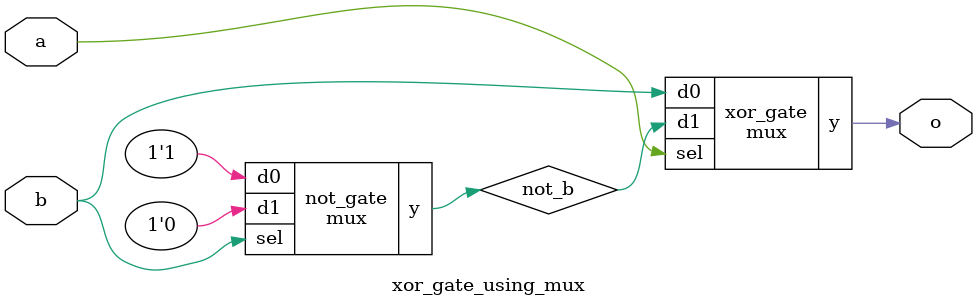
<source format=sv>

module mux (
    input  d0,
    d1,
    input  sel,
    output y
);

  assign y = sel ? d1 : d0;

endmodule

//----------------------------------------------------------------------------
// Task
//----------------------------------------------------------------------------

module xor_gate_using_mux (
    input  a,
    input  b,
    output o
);

  // Task:
  // Implement xor gate using instance(s) of mux,
  // constants 0 and 1, and wire connections

  // Intermediate
  logic not_b;

  // ~, but with mux
  mux not_gate (
      .d0 (1'b1),
      .d1 (1'b0),
      .sel(b),
      .y  (not_b)
  );

  mux xor_gate (
      .d0 (b),
      .d1 (not_b),
      .sel(a),
      .y  (o)
  );


endmodule

</source>
